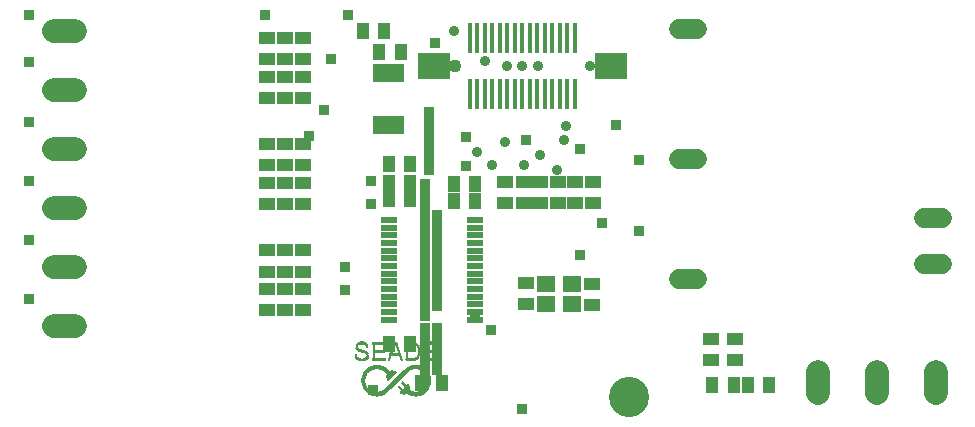
<source format=gts>
G75*
%MOIN*%
%OFA0B0*%
%FSLAX24Y24*%
%IPPOS*%
%LPD*%
%AMOC8*
5,1,8,0,0,1.08239X$1,22.5*
%
%ADD10C,0.1340*%
%ADD11R,0.0069X0.0011*%
%ADD12R,0.0080X0.0011*%
%ADD13R,0.0218X0.0011*%
%ADD14R,0.0310X0.0011*%
%ADD15R,0.0380X0.0011*%
%ADD16R,0.0425X0.0012*%
%ADD17R,0.0471X0.0011*%
%ADD18R,0.0517X0.0011*%
%ADD19R,0.0092X0.0011*%
%ADD20R,0.0563X0.0011*%
%ADD21R,0.0161X0.0011*%
%ADD22R,0.0586X0.0011*%
%ADD23R,0.0782X0.0011*%
%ADD24R,0.0816X0.0012*%
%ADD25R,0.0655X0.0011*%
%ADD26R,0.0851X0.0011*%
%ADD27R,0.0678X0.0011*%
%ADD28R,0.0862X0.0011*%
%ADD29R,0.0288X0.0011*%
%ADD30R,0.0448X0.0011*%
%ADD31R,0.0241X0.0011*%
%ADD32R,0.0253X0.0011*%
%ADD33R,0.0391X0.0011*%
%ADD34R,0.0230X0.0012*%
%ADD35R,0.0345X0.0012*%
%ADD36R,0.0207X0.0011*%
%ADD37R,0.0207X0.0011*%
%ADD38R,0.0299X0.0011*%
%ADD39R,0.0195X0.0011*%
%ADD40R,0.0184X0.0011*%
%ADD41R,0.0173X0.0012*%
%ADD42R,0.0195X0.0012*%
%ADD43R,0.0322X0.0012*%
%ADD44R,0.0184X0.0012*%
%ADD45R,0.0173X0.0011*%
%ADD46R,0.0230X0.0011*%
%ADD47R,0.0184X0.0011*%
%ADD48R,0.0092X0.0011*%
%ADD49R,0.0161X0.0012*%
%ADD50R,0.0092X0.0012*%
%ADD51R,0.0149X0.0011*%
%ADD52R,0.0150X0.0011*%
%ADD53R,0.0069X0.0011*%
%ADD54R,0.0046X0.0011*%
%ADD55R,0.0149X0.0012*%
%ADD56R,0.0023X0.0012*%
%ADD57R,0.0138X0.0012*%
%ADD58R,0.0138X0.0011*%
%ADD59R,0.0103X0.0011*%
%ADD60R,0.0057X0.0011*%
%ADD61R,0.0035X0.0011*%
%ADD62R,0.0103X0.0012*%
%ADD63R,0.0011X0.0012*%
%ADD64R,0.0127X0.0012*%
%ADD65R,0.0057X0.0012*%
%ADD66R,0.0127X0.0011*%
%ADD67R,0.0011X0.0011*%
%ADD68R,0.0023X0.0011*%
%ADD69R,0.0092X0.0012*%
%ADD70R,0.0115X0.0011*%
%ADD71R,0.0126X0.0011*%
%ADD72R,0.0126X0.0012*%
%ADD73R,0.0265X0.0011*%
%ADD74R,0.0150X0.0012*%
%ADD75R,0.0276X0.0012*%
%ADD76R,0.0322X0.0011*%
%ADD77R,0.0345X0.0011*%
%ADD78R,0.0368X0.0011*%
%ADD79R,0.0368X0.0012*%
%ADD80R,0.0379X0.0011*%
%ADD81R,0.0207X0.0012*%
%ADD82R,0.0207X0.0012*%
%ADD83R,0.0678X0.0012*%
%ADD84R,0.0621X0.0011*%
%ADD85R,0.0552X0.0011*%
%ADD86R,0.0552X0.0011*%
%ADD87R,0.0517X0.0012*%
%ADD88R,0.0425X0.0011*%
%ADD89R,0.0218X0.0012*%
%ADD90R,0.0437X0.0011*%
%ADD91R,0.0437X0.0012*%
%ADD92R,0.0080X0.0012*%
%ADD93R,0.0333X0.0012*%
%ADD94R,0.0356X0.0011*%
%ADD95R,0.0403X0.0011*%
%ADD96R,0.0115X0.0012*%
%ADD97R,0.0069X0.0012*%
%ADD98R,0.0391X0.0012*%
%ADD99R,0.0264X0.0011*%
%ADD100R,0.0288X0.0012*%
%ADD101R,0.0403X0.0012*%
%ADD102R,0.0299X0.0011*%
%ADD103R,0.0276X0.0011*%
%ADD104R,0.0069X0.0012*%
%ADD105R,0.0414X0.0011*%
%ADD106R,0.0333X0.0011*%
%ADD107R,0.0322X0.0011*%
%ADD108R,0.0534X0.0237*%
%ADD109R,0.0395X0.0552*%
%ADD110R,0.0552X0.0395*%
%ADD111R,0.0260X0.0620*%
%ADD112R,0.0631X0.0552*%
%ADD113R,0.1064X0.0867*%
%ADD114R,0.0157X0.1004*%
%ADD115C,0.0434*%
%ADD116C,0.0356*%
%ADD117C,0.0674*%
%ADD118C,0.0785*%
%ADD119C,0.0360*%
%ADD120R,0.0360X0.0360*%
%ADD121R,0.0358X0.0358*%
D10*
X021577Y002254D03*
D11*
X014758Y003603D03*
X014758Y003637D03*
X013895Y003810D03*
X013884Y003844D03*
X013872Y003879D03*
X013849Y003948D03*
X013757Y003936D03*
X012860Y003902D03*
X012492Y003637D03*
X013182Y002257D03*
D12*
X013567Y002809D03*
X014050Y002694D03*
X014223Y002614D03*
X014476Y002257D03*
X014016Y003465D03*
X014004Y003488D03*
X014004Y003499D03*
X013993Y003522D03*
X013993Y003534D03*
X013981Y003557D03*
X013970Y003580D03*
X013970Y003591D03*
X013970Y003603D03*
X013958Y003614D03*
X013935Y003695D03*
X013935Y003706D03*
X013924Y003718D03*
X013924Y003729D03*
X013912Y003752D03*
X013912Y003764D03*
X013912Y003775D03*
X013901Y003787D03*
X013889Y003821D03*
X013889Y003833D03*
X013878Y003867D03*
X013866Y003890D03*
X013866Y003902D03*
X013855Y003925D03*
X013855Y003936D03*
X013763Y003948D03*
X013751Y003925D03*
X013740Y003902D03*
X013740Y003890D03*
X013740Y003879D03*
X013728Y003867D03*
X013728Y003844D03*
X013717Y003833D03*
X013717Y003821D03*
X013717Y003810D03*
X013705Y003787D03*
X013694Y003775D03*
X013694Y003764D03*
X013694Y003752D03*
X013682Y003729D03*
X013682Y003718D03*
X013671Y003706D03*
X013671Y003695D03*
X013636Y003603D03*
X013636Y003591D03*
X013625Y003580D03*
X013625Y003557D03*
X013613Y003545D03*
X013613Y003534D03*
X013602Y003499D03*
X013590Y003476D03*
X013590Y003465D03*
X013579Y003442D03*
X013084Y003522D03*
X013084Y003534D03*
X013084Y003545D03*
X013084Y003557D03*
X013084Y003580D03*
X013084Y003591D03*
X013084Y003603D03*
X013084Y003614D03*
X013084Y003637D03*
X013084Y003649D03*
X013084Y003660D03*
X013084Y003672D03*
X013084Y003695D03*
X013084Y003706D03*
X013084Y003810D03*
X013084Y003821D03*
X013084Y003833D03*
X013084Y003844D03*
X013084Y003867D03*
X013084Y003879D03*
X013084Y003890D03*
X013084Y003902D03*
X013084Y003925D03*
X013084Y003936D03*
X013084Y003948D03*
X013084Y003959D03*
X012866Y003890D03*
X012866Y003879D03*
X012854Y003925D03*
X012521Y003925D03*
X012521Y003936D03*
X012521Y003902D03*
X012498Y003614D03*
X012498Y003603D03*
X012498Y003591D03*
X012498Y003580D03*
X012509Y003557D03*
X012866Y003557D03*
X012877Y003580D03*
X012877Y003591D03*
X012877Y003603D03*
X012877Y003614D03*
X013809Y004051D03*
X014188Y003959D03*
X014188Y003948D03*
X014188Y003936D03*
X014188Y003925D03*
X014188Y003902D03*
X014188Y003890D03*
X014188Y003879D03*
X014188Y003867D03*
X014188Y003844D03*
X014188Y003833D03*
X014188Y003821D03*
X014188Y003810D03*
X014188Y003787D03*
X014188Y003775D03*
X014188Y003764D03*
X014188Y003752D03*
X014188Y003729D03*
X014188Y003718D03*
X014188Y003706D03*
X014188Y003695D03*
X014188Y003672D03*
X014188Y003660D03*
X014188Y003649D03*
X014188Y003637D03*
X014188Y003614D03*
X014188Y003603D03*
X014188Y003591D03*
X014188Y003580D03*
X014188Y003557D03*
X014188Y003545D03*
X014188Y003534D03*
X014188Y003522D03*
X014556Y003580D03*
X014568Y003603D03*
X014568Y003614D03*
X014579Y003637D03*
X014579Y003649D03*
X014591Y003672D03*
X014591Y003695D03*
X014591Y003706D03*
X014591Y003718D03*
X014591Y003729D03*
X014591Y003752D03*
X014591Y003764D03*
X014591Y003775D03*
X014591Y003787D03*
X014591Y003810D03*
X014591Y003821D03*
X014579Y003867D03*
X014568Y003890D03*
X014775Y003890D03*
X014775Y003879D03*
X014775Y003902D03*
X014786Y003925D03*
X014786Y003936D03*
X015108Y003948D03*
X015120Y003925D03*
X015120Y003902D03*
X015120Y003890D03*
X015131Y003649D03*
X015131Y003637D03*
X015131Y003580D03*
X015131Y003557D03*
X014763Y003580D03*
X014763Y003591D03*
X014752Y003614D03*
D13*
X014878Y003787D03*
X014947Y003442D03*
X014752Y003120D03*
X014200Y003120D03*
X013613Y002924D03*
X013464Y003120D03*
X012912Y003120D03*
X012912Y002430D03*
X013188Y002269D03*
X013464Y002430D03*
X014177Y002499D03*
X014476Y002269D03*
X014752Y002430D03*
X012613Y003787D03*
D14*
X014476Y003269D03*
X014947Y003465D03*
X014947Y004017D03*
X014119Y002464D03*
X014154Y002430D03*
X014476Y002280D03*
X013188Y002280D03*
D15*
X013188Y002292D03*
X014476Y002292D03*
X014338Y003476D03*
X014338Y004005D03*
D16*
X014476Y002303D03*
X013188Y002303D03*
D17*
X013188Y002315D03*
X014476Y002315D03*
X014476Y003235D03*
X013188Y003235D03*
D18*
X013188Y002326D03*
X014476Y002326D03*
D19*
X014091Y002326D03*
X013987Y002487D03*
X013976Y002499D03*
X013964Y002510D03*
X013930Y002545D03*
X013918Y002556D03*
X014022Y003442D03*
X013987Y003545D03*
X014539Y003557D03*
X014562Y003591D03*
X014769Y003557D03*
X014781Y003545D03*
X015114Y003534D03*
X015126Y003545D03*
X015137Y003591D03*
X015137Y003603D03*
X015137Y003614D03*
X015126Y003660D03*
X015114Y003936D03*
X014792Y003948D03*
X014781Y003867D03*
X014562Y003902D03*
X014551Y003925D03*
X013803Y004040D03*
X013642Y003614D03*
X012872Y003637D03*
X012872Y003649D03*
X012837Y003959D03*
X012538Y003959D03*
X012527Y003948D03*
X012527Y003844D03*
D20*
X013188Y002338D03*
X014476Y002338D03*
D21*
X014091Y002338D03*
X014194Y002568D03*
X014838Y002510D03*
X014850Y002522D03*
X014861Y002545D03*
X014873Y002982D03*
X014861Y003005D03*
X014850Y003016D03*
X014850Y003028D03*
X014838Y003039D03*
X014838Y003499D03*
X013803Y003959D03*
X012803Y003499D03*
X012573Y003499D03*
X012826Y003039D03*
X012814Y003028D03*
X012803Y003016D03*
X012803Y003005D03*
X012791Y002556D03*
X012803Y002545D03*
X012814Y002522D03*
X012826Y002510D03*
X013585Y002867D03*
D22*
X013188Y003200D03*
X014476Y003200D03*
X013188Y002361D03*
X013188Y002349D03*
D23*
X014378Y002349D03*
D24*
X014372Y002361D03*
D25*
X013188Y002372D03*
X013188Y003177D03*
X014476Y003177D03*
D26*
X014378Y002372D03*
D27*
X013188Y002384D03*
D28*
X014384Y002384D03*
D29*
X014683Y002395D03*
X014269Y003154D03*
X013395Y002395D03*
X012981Y002395D03*
X012981Y003154D03*
X012693Y003752D03*
X012670Y003764D03*
D30*
X014188Y002395D03*
D31*
X013636Y002959D03*
X012946Y002407D03*
X014947Y004040D03*
D32*
X014907Y003775D03*
X014712Y003143D03*
X014240Y003143D03*
X013642Y002970D03*
X013424Y003143D03*
X012952Y003143D03*
X012642Y003775D03*
X012688Y004040D03*
X013424Y002407D03*
X014712Y002407D03*
D33*
X014171Y002407D03*
X014344Y003488D03*
X013803Y003637D03*
X014344Y003994D03*
D34*
X013619Y002936D03*
X013447Y002418D03*
X012929Y002418D03*
X014735Y002418D03*
D35*
X014160Y002418D03*
X013803Y003683D03*
X014321Y004028D03*
D36*
X014769Y002441D03*
X012895Y002441D03*
D37*
X013481Y002441D03*
X014183Y002510D03*
X013608Y002913D03*
X013493Y003097D03*
D38*
X013389Y003154D03*
X013182Y003269D03*
X013654Y003005D03*
X014125Y002453D03*
X014137Y002441D03*
X014677Y003154D03*
X014298Y003442D03*
D39*
X014165Y003097D03*
X014154Y003085D03*
X014027Y002970D03*
X014016Y002959D03*
X014004Y002947D03*
X013981Y002924D03*
X013970Y002913D03*
X013958Y002901D03*
X013947Y002890D03*
X013924Y002867D03*
X013912Y002855D03*
X013901Y002844D03*
X013889Y002832D03*
X013866Y002809D03*
X013855Y002798D03*
X013843Y002786D03*
X013832Y002775D03*
X013809Y002752D03*
X013797Y002740D03*
X013786Y002729D03*
X013774Y002717D03*
X013751Y002694D03*
X013510Y002464D03*
X013498Y002453D03*
X012877Y002453D03*
X012866Y002464D03*
X013602Y002901D03*
X013510Y003085D03*
X012877Y003097D03*
X012866Y003085D03*
X014188Y002522D03*
X014786Y002453D03*
X014786Y003097D03*
X014947Y004051D03*
X012682Y004051D03*
D40*
X012803Y003706D03*
X014102Y003039D03*
X014079Y003016D03*
X014068Y003005D03*
X014045Y002982D03*
X014125Y003062D03*
X014137Y003074D03*
X013596Y002890D03*
X013734Y002683D03*
X013723Y002671D03*
X013711Y002660D03*
X013677Y002625D03*
X013665Y002614D03*
X013654Y002602D03*
X013619Y002568D03*
X013608Y002556D03*
X013596Y002545D03*
X013562Y002510D03*
X013550Y002499D03*
X013539Y002487D03*
X014171Y002602D03*
X014792Y002464D03*
X014804Y003074D03*
X014792Y003085D03*
D41*
X014177Y002591D03*
X013590Y002878D03*
X012831Y003051D03*
X012854Y002476D03*
D42*
X013521Y002476D03*
X013763Y002706D03*
X013820Y002763D03*
X013878Y002821D03*
X013935Y002878D03*
X013993Y002936D03*
D43*
X014114Y002476D03*
D44*
X014194Y002533D03*
X013700Y002648D03*
X013642Y002591D03*
X013585Y002533D03*
X014056Y002993D03*
X014114Y003051D03*
X014804Y002476D03*
X014850Y003798D03*
X012584Y003798D03*
D45*
X012854Y003074D03*
X012843Y003062D03*
X012831Y002499D03*
X012843Y002487D03*
X014188Y002579D03*
X014200Y002545D03*
X014821Y002487D03*
X014832Y002499D03*
X014821Y003062D03*
X015062Y003499D03*
X015062Y003706D03*
D46*
X015034Y003718D03*
X014735Y003131D03*
X014217Y003131D03*
X013631Y002947D03*
X013447Y003131D03*
X012929Y003131D03*
X012688Y003442D03*
X012768Y003718D03*
X014171Y002487D03*
D47*
X013688Y002637D03*
X013631Y002579D03*
X013573Y002522D03*
X014091Y003028D03*
D48*
X014010Y003476D03*
X014585Y003660D03*
X014585Y003833D03*
X014585Y003844D03*
X014574Y003879D03*
X014804Y003959D03*
X015103Y003959D03*
X013608Y003522D03*
X013596Y003488D03*
X012860Y003545D03*
X012860Y003660D03*
X012515Y003545D03*
X012515Y003867D03*
X012515Y003879D03*
X012515Y003890D03*
X012849Y003936D03*
X012849Y003948D03*
X013953Y002522D03*
D49*
X014850Y002533D03*
X014827Y003051D03*
X014482Y003511D03*
X012803Y002533D03*
D50*
X013941Y002533D03*
X013999Y003511D03*
X012504Y003568D03*
D51*
X012774Y002959D03*
X012762Y002924D03*
X014200Y002556D03*
X014890Y002602D03*
X014890Y002947D03*
X014947Y003430D03*
D52*
X014821Y003810D03*
X014878Y002970D03*
X014878Y002579D03*
X014878Y002568D03*
X014867Y002556D03*
X012785Y002568D03*
X012785Y002579D03*
X012785Y002970D03*
X012785Y002982D03*
X012682Y003430D03*
X012567Y003810D03*
D53*
X013918Y002568D03*
X015126Y003879D03*
D54*
X013562Y002786D03*
X013918Y002579D03*
D55*
X012774Y002591D03*
X013809Y003971D03*
D56*
X013918Y002591D03*
D57*
X014884Y002591D03*
X014907Y002648D03*
X014919Y002706D03*
X014896Y002936D03*
X012768Y002936D03*
X012745Y002878D03*
X012734Y002821D03*
X012734Y002763D03*
X012757Y002648D03*
D58*
X012757Y002637D03*
X012757Y002625D03*
X012768Y002614D03*
X012768Y002602D03*
X012745Y002660D03*
X012745Y002671D03*
X012745Y002683D03*
X012745Y002694D03*
X012734Y002729D03*
X012734Y002740D03*
X012734Y002752D03*
X012734Y002775D03*
X012734Y002786D03*
X012734Y002798D03*
X012734Y002809D03*
X012745Y002855D03*
X012745Y002867D03*
X012745Y002890D03*
X012757Y002901D03*
X012757Y002913D03*
X012768Y002947D03*
X013585Y002855D03*
X013700Y003085D03*
X014884Y002959D03*
X014896Y002924D03*
X014907Y002913D03*
X014907Y002901D03*
X014907Y002890D03*
X014919Y002867D03*
X014919Y002855D03*
X014919Y002844D03*
X014919Y002832D03*
X014919Y002717D03*
X014919Y002694D03*
X014919Y002683D03*
X014919Y002671D03*
X014907Y002660D03*
X014907Y002637D03*
X014896Y002625D03*
X014896Y002614D03*
X015091Y003695D03*
X013803Y003982D03*
X013803Y003994D03*
X012826Y003695D03*
D59*
X012854Y003672D03*
X012854Y003534D03*
X012843Y003522D03*
X012532Y003522D03*
X012521Y003534D03*
X012532Y003833D03*
X014533Y003948D03*
X014545Y003936D03*
X014786Y003844D03*
X014798Y003833D03*
X014821Y003982D03*
X015120Y003672D03*
X015108Y003522D03*
X014798Y003522D03*
X014786Y003534D03*
X014533Y003545D03*
X014522Y003534D03*
X014050Y002683D03*
X014062Y002671D03*
X014073Y002660D03*
X014096Y002637D03*
X014108Y002625D03*
X014119Y002614D03*
D60*
X014223Y002625D03*
X013567Y002798D03*
X013705Y003097D03*
D61*
X014050Y002717D03*
X014223Y002637D03*
X014476Y003292D03*
X013188Y003292D03*
D62*
X012831Y003971D03*
X012544Y003971D03*
X014809Y003971D03*
X014085Y002648D03*
D63*
X014223Y002648D03*
D64*
X014924Y002763D03*
X014924Y002821D03*
X014809Y003511D03*
X012739Y002706D03*
D65*
X014050Y002706D03*
D66*
X014924Y002729D03*
X014924Y002740D03*
X014924Y002752D03*
X014924Y002775D03*
X014924Y002786D03*
X014924Y002798D03*
X014924Y002809D03*
X012739Y002832D03*
X012739Y002844D03*
X012739Y002717D03*
X012682Y004063D03*
D67*
X014050Y002729D03*
D68*
X013562Y002775D03*
D69*
X013573Y002821D03*
X013585Y003453D03*
X014551Y003568D03*
X014562Y003913D03*
X014781Y003856D03*
X015137Y003626D03*
D70*
X014804Y003821D03*
X014516Y003959D03*
X013803Y004017D03*
X012814Y003982D03*
X012561Y003982D03*
X013573Y002832D03*
D71*
X013579Y002844D03*
X014510Y003522D03*
X015074Y003982D03*
X014947Y004063D03*
X013809Y004005D03*
X012544Y003821D03*
D72*
X012831Y003511D03*
X014499Y003971D03*
X014913Y002878D03*
D73*
X013648Y002982D03*
X012739Y003729D03*
X014280Y004051D03*
D74*
X014867Y002993D03*
X012797Y002993D03*
D75*
X012688Y003453D03*
X013654Y002993D03*
X014953Y003453D03*
X014976Y003741D03*
D76*
X013654Y003016D03*
X012688Y003465D03*
X012688Y004017D03*
D77*
X012688Y004005D03*
X012688Y003476D03*
X013654Y003028D03*
X014953Y003476D03*
D78*
X014953Y003488D03*
X014470Y003258D03*
X013803Y003660D03*
X013803Y003672D03*
X014332Y004017D03*
X013182Y003258D03*
X013608Y003074D03*
X013654Y003039D03*
X012688Y003488D03*
D79*
X013642Y003051D03*
D80*
X013625Y003062D03*
X013797Y003649D03*
D81*
X012895Y003108D03*
X014769Y003108D03*
D82*
X014183Y003108D03*
X013481Y003108D03*
D83*
X013188Y003166D03*
X014476Y003166D03*
D84*
X014470Y003189D03*
X013182Y003189D03*
D85*
X013182Y003212D03*
D86*
X014470Y003212D03*
D87*
X014476Y003223D03*
X013188Y003223D03*
D88*
X013188Y003246D03*
X014476Y003246D03*
X013257Y004051D03*
D89*
X013188Y003281D03*
X014476Y003281D03*
D90*
X013263Y003442D03*
X013263Y003465D03*
X013263Y003476D03*
X013263Y003488D03*
X013263Y003499D03*
X013263Y003982D03*
X013263Y003994D03*
X013263Y004005D03*
X013263Y004017D03*
X013263Y004040D03*
D91*
X013263Y004028D03*
X013263Y003453D03*
D92*
X013084Y003511D03*
X013084Y003568D03*
X013084Y003626D03*
X013084Y003683D03*
X013084Y003798D03*
X013084Y003856D03*
X013084Y003913D03*
X013084Y003971D03*
X012854Y003913D03*
X012521Y003913D03*
X012521Y003856D03*
X012877Y003626D03*
X012866Y003568D03*
X013602Y003511D03*
X013625Y003568D03*
X013682Y003741D03*
X013705Y003798D03*
X013728Y003856D03*
X013751Y003913D03*
X013878Y003856D03*
X013901Y003798D03*
X013924Y003741D03*
X013981Y003568D03*
X014016Y003453D03*
X014188Y003511D03*
X014188Y003568D03*
X014188Y003626D03*
X014188Y003683D03*
X014188Y003741D03*
X014188Y003798D03*
X014188Y003856D03*
X014188Y003913D03*
X014188Y003971D03*
X014579Y003856D03*
X014591Y003798D03*
X014591Y003741D03*
X014591Y003683D03*
X014579Y003626D03*
X014752Y003626D03*
X014763Y003568D03*
X015131Y003568D03*
X015120Y003913D03*
X014775Y003913D03*
D93*
X014315Y003453D03*
D94*
X014326Y003465D03*
X014947Y003994D03*
X012693Y003994D03*
D95*
X013245Y003787D03*
X013245Y003775D03*
X013245Y003764D03*
X013245Y003752D03*
X013245Y003729D03*
X013245Y003718D03*
X014349Y003499D03*
D96*
X015091Y003511D03*
X015103Y003683D03*
X015091Y003971D03*
X013803Y004028D03*
X012849Y003683D03*
X012550Y003511D03*
D97*
X012492Y003626D03*
D98*
X013803Y003626D03*
D99*
X015005Y003729D03*
D100*
X014947Y004028D03*
X012716Y003741D03*
X012682Y004028D03*
D101*
X013245Y003741D03*
D102*
X014953Y003752D03*
D103*
X014930Y003764D03*
D104*
X013861Y003913D03*
D105*
X014355Y003982D03*
D106*
X014947Y004005D03*
D107*
X014309Y004040D03*
D108*
X013573Y004823D03*
X013573Y005078D03*
X013573Y005334D03*
X013573Y005590D03*
X013573Y005846D03*
X013573Y006102D03*
X013573Y006358D03*
X013573Y006614D03*
X013573Y006870D03*
X013573Y007126D03*
X013573Y007382D03*
X013573Y007637D03*
X013573Y007893D03*
X013573Y008149D03*
X016447Y008149D03*
X016447Y007893D03*
X016447Y007637D03*
X016447Y007382D03*
X016447Y007126D03*
X016447Y006870D03*
X016447Y006614D03*
X016447Y006358D03*
X016447Y006102D03*
X016447Y005846D03*
X016447Y005590D03*
X016447Y005334D03*
X016447Y005078D03*
X016447Y004823D03*
D109*
X014294Y004025D03*
X013585Y004025D03*
X014648Y002726D03*
X015357Y002726D03*
X024372Y002647D03*
X025081Y002647D03*
X025553Y002647D03*
X026262Y002647D03*
X016459Y008789D03*
X015750Y008789D03*
X015750Y009340D03*
X016459Y009340D03*
X014294Y009380D03*
X013585Y009380D03*
X013585Y008828D03*
X014294Y008828D03*
X014294Y010010D03*
X013585Y010010D03*
X013270Y013750D03*
X013979Y013750D03*
X013427Y014458D03*
X012719Y014458D03*
D110*
X010711Y014222D03*
X010120Y014222D03*
X009530Y014222D03*
X009530Y013513D03*
X010120Y013513D03*
X010711Y013513D03*
X010711Y012923D03*
X010120Y012923D03*
X009530Y012923D03*
X009530Y012214D03*
X010120Y012214D03*
X010711Y012214D03*
X010711Y010679D03*
X010120Y010679D03*
X009530Y010679D03*
X009530Y009970D03*
X010120Y009970D03*
X010711Y009970D03*
X010711Y009380D03*
X010120Y009380D03*
X009530Y009380D03*
X009530Y008671D03*
X010120Y008671D03*
X010711Y008671D03*
X010711Y007136D03*
X010120Y007136D03*
X009530Y007136D03*
X009530Y006427D03*
X010120Y006427D03*
X010711Y006427D03*
X010711Y005836D03*
X010120Y005836D03*
X009530Y005836D03*
X009530Y005128D03*
X010120Y005128D03*
X010711Y005128D03*
X018148Y005341D03*
X018148Y006050D03*
X020356Y006027D03*
X020356Y005318D03*
X024333Y004183D03*
X025120Y004183D03*
X025120Y003474D03*
X024333Y003474D03*
X020396Y008710D03*
X019805Y008710D03*
X019215Y008710D03*
X018624Y008710D03*
X018073Y008710D03*
X017443Y008710D03*
X017443Y009419D03*
X018073Y009419D03*
X018624Y009419D03*
X019215Y009419D03*
X019805Y009419D03*
X020396Y009419D03*
D111*
X013965Y011315D03*
X013715Y011315D03*
X013455Y011315D03*
X013205Y011315D03*
X013205Y013035D03*
X013455Y013035D03*
X013715Y013035D03*
X013965Y013035D03*
D112*
X018819Y006019D03*
X019686Y006019D03*
X019686Y005349D03*
X018819Y005349D03*
D113*
X020991Y013287D03*
X015076Y013277D03*
D114*
X016284Y012352D03*
X016534Y012352D03*
X016784Y012352D03*
X017034Y012352D03*
X017284Y012352D03*
X017534Y012352D03*
X017784Y012352D03*
X018034Y012352D03*
X018284Y012352D03*
X018534Y012352D03*
X018784Y012352D03*
X019034Y012352D03*
X019284Y012352D03*
X019534Y012352D03*
X019784Y012352D03*
X019784Y014202D03*
X019534Y014202D03*
X019284Y014202D03*
X019034Y014202D03*
X018784Y014202D03*
X018534Y014202D03*
X018284Y014202D03*
X018034Y014202D03*
X017784Y014202D03*
X017534Y014202D03*
X017284Y014202D03*
X017034Y014202D03*
X016784Y014202D03*
X016534Y014202D03*
X016284Y014202D03*
D115*
X015790Y013277D03*
D116*
X020278Y013277D03*
D117*
X023264Y014510D02*
X023858Y014510D01*
X023858Y010167D02*
X023264Y010167D01*
X023264Y006167D02*
X023858Y006167D01*
X031438Y006675D02*
X032031Y006675D01*
X032031Y008210D02*
X031438Y008210D01*
D118*
X003123Y004616D02*
X002418Y004616D01*
X002418Y006584D02*
X003123Y006584D01*
X003123Y008553D02*
X002418Y008553D01*
X002418Y010521D02*
X003123Y010521D01*
X003123Y012490D02*
X002418Y012490D01*
X002418Y014458D02*
X003123Y014458D01*
X027876Y003083D02*
X027876Y002378D01*
X029845Y002378D02*
X029845Y003083D01*
X031813Y003083D02*
X031813Y002378D01*
D119*
X019176Y009813D03*
X018624Y010324D03*
X018073Y009970D03*
X017010Y009970D03*
X016538Y010403D03*
X017443Y010758D03*
X019412Y010797D03*
X019490Y011269D03*
X018546Y013277D03*
X018034Y013277D03*
X017522Y013277D03*
X016774Y013435D03*
X015750Y014458D03*
D120*
X015110Y014033D03*
X012207Y014970D03*
X009451Y014970D03*
X011420Y011821D03*
X014924Y011742D03*
X014924Y011466D03*
X014924Y011191D03*
X014924Y010915D03*
X014924Y010639D03*
X014924Y010364D03*
X014924Y010088D03*
X014924Y009813D03*
X014805Y009340D03*
X014805Y009104D03*
X014805Y008828D03*
X014805Y008592D03*
X014805Y008317D03*
X015199Y008317D03*
X015199Y008041D03*
X014805Y008041D03*
X014805Y007765D03*
X015199Y007765D03*
X015199Y007490D03*
X015199Y007214D03*
X014805Y007214D03*
X014805Y007490D03*
X014805Y006939D03*
X015199Y006939D03*
X015199Y006663D03*
X015199Y006387D03*
X014805Y006387D03*
X014805Y006663D03*
X014805Y006112D03*
X015199Y006112D03*
X015199Y005836D03*
X014805Y005836D03*
X014805Y005561D03*
X014805Y005285D03*
X015199Y005285D03*
X015199Y005561D03*
X014805Y004931D03*
X014805Y004537D03*
X015199Y004537D03*
X015199Y004261D03*
X015199Y003986D03*
X014805Y003986D03*
X014805Y004261D03*
X014805Y003710D03*
X015199Y003710D03*
X015199Y003435D03*
X014805Y003435D03*
X014805Y003159D03*
X015199Y003159D03*
X016998Y004488D03*
X016459Y004931D03*
X018827Y006013D03*
X019687Y005373D03*
X019963Y006978D03*
X021931Y007765D03*
X020690Y008030D03*
X021931Y010128D03*
X019963Y010521D03*
X021144Y011309D03*
X018152Y010797D03*
X016144Y010915D03*
X016144Y009931D03*
X015750Y009340D03*
X012994Y009458D03*
X012994Y008671D03*
X001577Y009458D03*
X001577Y011427D03*
X001577Y013395D03*
X001577Y014970D03*
X001577Y007490D03*
X001577Y005521D03*
D121*
X012128Y005797D03*
X012128Y006584D03*
X013061Y002466D03*
X018034Y001860D03*
X010939Y010939D03*
X011672Y013513D03*
M02*

</source>
